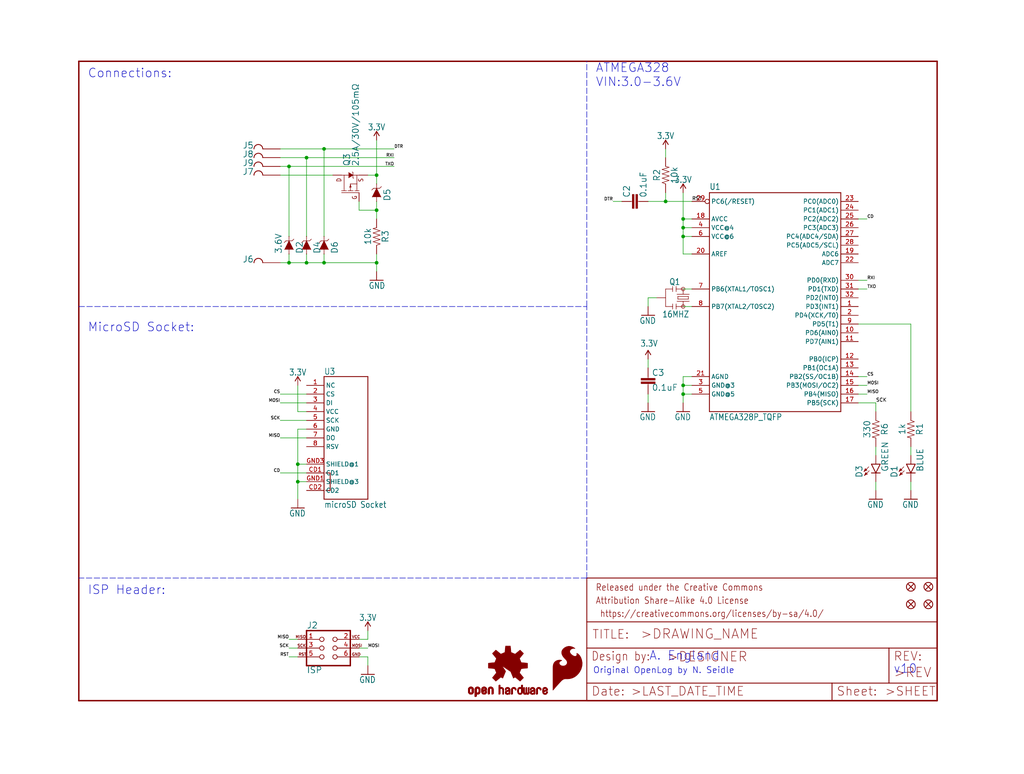
<source format=kicad_sch>
(kicad_sch (version 20211123) (generator eeschema)
  (paper "User" 297.002 224.511)
  (lib_symbols
    (symbol "eagleSchem-eagle-import:0.1UF-0603-25V-5%"
      (property "Reference" "C" (at 1.524 2.921 0))
      (property "Value" "0.1UF-0603-25V-5%" (at 1.524 -2.159 0))
      (symbol "0.1UF-0603-25V-5%_1_0"
        (pin passive line (at 0 5.08 270) (length 2.54) (name "1") (number "1"))
        (pin passive line (at 0 -2.54 90) (length 2.54) (name "2") (number "2"))
      )
    )
    (symbol "eagleSchem-eagle-import:10KOHM-0603-1{slash}10W-1%"
      (property "Reference" "R" (at 0 1.524 0))
      (property "Value" "10KOHM-0603-1{slash}10W-1%" (at 0 -1.524 0))
      (symbol "10KOHM-0603-1{slash}10W-1%_1_0"
        (pin passive line (at -5.08 0 0) (length 2.54) (name "1") (number "1"))
        (pin passive line (at 5.08 0 180) (length 2.54) (name "2") (number "2"))
      )
    )
    (symbol "eagleSchem-eagle-import:1KOHM-0603-1{slash}10W-1%"
      (property "Reference" "R" (at 0 1.524 0))
      (property "Value" "1KOHM-0603-1{slash}10W-1%" (at 0 -1.524 0))
      (symbol "1KOHM-0603-1{slash}10W-1%_1_0"
        (pin passive line (at -5.08 0 0) (length 2.54) (name "1") (number "1"))
        (pin passive line (at 5.08 0 180) (length 2.54) (name "2") (number "2"))
      )
    )
    (symbol "eagleSchem-eagle-import:3.3V" (power)
      (property "Value" "3.3V" (at 0 2.794 0))
      (symbol "3.3V_1_0"
        (pin power_in line (at 0 0 90) (length 2.54) (name "3.3V") (number "1"))
      )
    )
    (symbol "eagleSchem-eagle-import:330OHM-0603-1{slash}10W-1%"
      (property "Reference" "R" (at 0 1.524 0))
      (property "Value" "330OHM-0603-1{slash}10W-1%" (at 0 -1.524 0))
      (symbol "330OHM-0603-1{slash}10W-1%_1_0"
        (pin passive line (at -5.08 0 0) (length 2.54) (name "1") (number "1"))
        (pin passive line (at 5.08 0 180) (length 2.54) (name "2") (number "2"))
      )
    )
    (symbol "eagleSchem-eagle-import:ATMEGA328P_TQFP"
      (property "Reference" "U" (at -20.32 33.782 0))
      (property "Value" "ATMEGA328P_TQFP" (at -20.32 -33.02 0))
      (symbol "ATMEGA328P_TQFP_1_0"
        (pin bidirectional line (at 22.86 0 180) (length 5.08) (name "PD3(INT1)") (number "1"))
        (pin bidirectional line (at 22.86 -7.62 180) (length 5.08) (name "PD6(AIN0)") (number "10"))
        (pin bidirectional line (at 22.86 -10.16 180) (length 5.08) (name "PD7(AIN1)") (number "11"))
        (pin bidirectional line (at 22.86 -15.24 180) (length 5.08) (name "PB0(ICP)") (number "12"))
        (pin bidirectional line (at 22.86 -17.78 180) (length 5.08) (name "PB1(OC1A)") (number "13"))
        (pin bidirectional line (at 22.86 -20.32 180) (length 5.08) (name "PB2(SS/OC1B)") (number "14"))
        (pin bidirectional line (at 22.86 -22.86 180) (length 5.08) (name "PB3(MOSI/OC2)") (number "15"))
        (pin bidirectional line (at 22.86 -25.4 180) (length 5.08) (name "PB4(MISO)") (number "16"))
        (pin bidirectional line (at 22.86 -27.94 180) (length 5.08) (name "PB5(SCK)") (number "17"))
        (pin bidirectional line (at -25.4 25.4 0) (length 5.08) (name "AVCC") (number "18"))
        (pin bidirectional line (at 22.86 15.24 180) (length 5.08) (name "ADC6") (number "19"))
        (pin bidirectional line (at 22.86 -2.54 180) (length 5.08) (name "PD4(XCK/T0)") (number "2"))
        (pin bidirectional line (at -25.4 15.24 0) (length 5.08) (name "AREF") (number "20"))
        (pin bidirectional line (at -25.4 -20.32 0) (length 5.08) (name "AGND") (number "21"))
        (pin bidirectional line (at 22.86 12.7 180) (length 5.08) (name "ADC7") (number "22"))
        (pin bidirectional line (at 22.86 30.48 180) (length 5.08) (name "PC0(ADC0)") (number "23"))
        (pin bidirectional line (at 22.86 27.94 180) (length 5.08) (name "PC1(ADC1)") (number "24"))
        (pin bidirectional line (at 22.86 25.4 180) (length 5.08) (name "PC2(ADC2)") (number "25"))
        (pin bidirectional line (at 22.86 22.86 180) (length 5.08) (name "PC3(ADC3)") (number "26"))
        (pin bidirectional line (at 22.86 20.32 180) (length 5.08) (name "PC4(ADC4/SDA)") (number "27"))
        (pin bidirectional line (at 22.86 17.78 180) (length 5.08) (name "PC5(ADC5/SCL)") (number "28"))
        (pin bidirectional inverted (at -25.4 30.48 0) (length 5.08) (name "PC6(/RESET)") (number "29"))
        (pin bidirectional line (at -25.4 -22.86 0) (length 5.08) (name "GND@3") (number "3"))
        (pin bidirectional line (at 22.86 7.62 180) (length 5.08) (name "PD0(RXD)") (number "30"))
        (pin bidirectional line (at 22.86 5.08 180) (length 5.08) (name "PD1(TXD)") (number "31"))
        (pin bidirectional line (at 22.86 2.54 180) (length 5.08) (name "PD2(INT0)") (number "32"))
        (pin bidirectional line (at -25.4 22.86 0) (length 5.08) (name "VCC@4") (number "4"))
        (pin bidirectional line (at -25.4 -25.4 0) (length 5.08) (name "GND@5") (number "5"))
        (pin bidirectional line (at -25.4 20.32 0) (length 5.08) (name "VCC@6") (number "6"))
        (pin bidirectional line (at -25.4 5.08 0) (length 5.08) (name "PB6(XTAL1/TOSC1)") (number "7"))
        (pin bidirectional line (at -25.4 0 0) (length 5.08) (name "PB7(XTAL2/TOSC2)") (number "8"))
        (pin bidirectional line (at 22.86 -5.08 180) (length 5.08) (name "PD5(T1)") (number "9"))
      )
    )
    (symbol "eagleSchem-eagle-import:AVR_SPI_PROG_3X2TESTPOINTS"
      (property "Reference" "J" (at -5.08 5.588 0))
      (property "Value" "AVR_SPI_PROG_3X2TESTPOINTS" (at -5.08 -7.366 0))
      (symbol "AVR_SPI_PROG_3X2TESTPOINTS_1_0"
        (text "GND" (at 8.001 -2.286 0) (effects (font (size 0.8128 0.8128)) (justify left bottom)))
        (text "MISO" (at -5.207 2.794 0) (effects (font (size 0.8128 0.8128)) (justify right bottom)))
        (text "MOSI" (at 8.001 0.254 0) (effects (font (size 0.8128 0.8128)) (justify left bottom)))
        (text "RST" (at -5.08 -2.286 0) (effects (font (size 0.8128 0.8128)) (justify right bottom)))
        (text "SCK" (at -5.207 0.254 0) (effects (font (size 0.8128 0.8128)) (justify right bottom)))
        (text "VCC" (at 8.001 2.794 0) (effects (font (size 0.8128 0.8128)) (justify left bottom)))
        (pin passive inverted (at -7.62 2.54 0) (length 7.62) (name "1") (number "1"))
        (pin passive inverted (at 10.16 2.54 180) (length 7.62) (name "2") (number "2"))
        (pin passive inverted (at -7.62 0 0) (length 7.62) (name "3") (number "3"))
        (pin passive inverted (at 10.16 0 180) (length 7.62) (name "4") (number "4"))
        (pin passive inverted (at -7.62 -2.54 0) (length 7.62) (name "5") (number "5"))
        (pin passive inverted (at 10.16 -2.54 180) (length 7.62) (name "6") (number "6"))
      )
    )
    (symbol "eagleSchem-eagle-import:DIODE-ZENER-BZT52C3V6S"
      (property "Reference" "D" (at -2.54 2.032 0))
      (property "Value" "DIODE-ZENER-BZT52C3V6S" (at -2.54 -2.032 0))
      (symbol "DIODE-ZENER-BZT52C3V6S_1_0"
        (pin passive line (at -2.54 0 0) (length 0) (name "A") (number "A"))
        (pin passive line (at 2.54 0 180) (length 0) (name "C") (number "C"))
      )
    )
    (symbol "eagleSchem-eagle-import:FIDUCIALUFIDUCIAL")
    (symbol "eagleSchem-eagle-import:FRAME-LETTER"
      (symbol "FRAME-LETTER_2_0"
        (text " https://creativecommons.org/licenses/by-sa/4.0/" (at 2.54 24.13 0) (effects (font (size 1.9304 1.6408)) (justify left bottom)))
        (text ">DESIGNER" (at 23.114 11.176 0) (effects (font (size 2.7432 2.7432)) (justify left bottom)))
        (text ">DRAWING_NAME" (at 15.494 17.78 0) (effects (font (size 2.7432 2.7432)) (justify left bottom)))
        (text ">LAST_DATE_TIME" (at 12.7 1.27 0) (effects (font (size 2.54 2.54)) (justify left bottom)))
        (text ">REV" (at 88.9 6.604 0) (effects (font (size 2.7432 2.7432)) (justify left bottom)))
        (text ">SHEET" (at 86.36 1.27 0) (effects (font (size 2.54 2.54)) (justify left bottom)))
        (text "Attribution Share-Alike 4.0 License" (at 2.54 27.94 0) (effects (font (size 1.9304 1.6408)) (justify left bottom)))
        (text "Date:" (at 1.27 1.27 0) (effects (font (size 2.54 2.54)) (justify left bottom)))
        (text "Design by:" (at 1.27 11.43 0) (effects (font (size 2.54 2.159)) (justify left bottom)))
        (text "Released under the Creative Commons" (at 2.54 31.75 0) (effects (font (size 1.9304 1.6408)) (justify left bottom)))
        (text "REV:" (at 88.9 11.43 0) (effects (font (size 2.54 2.54)) (justify left bottom)))
        (text "Sheet:" (at 72.39 1.27 0) (effects (font (size 2.54 2.54)) (justify left bottom)))
        (text "TITLE:" (at 1.524 17.78 0) (effects (font (size 2.54 2.54)) (justify left bottom)))
      )
    )
    (symbol "eagleSchem-eagle-import:GATORGATOR_MINI"
      (property "Reference" "J" (at 0 2.54 0))
      (property "Value" "GATORGATOR_MINI" (at -2.54 -5.08 0))
      (symbol "GATORGATOR_MINI_1_0"
        (pin bidirectional line (at -2.54 0 0) (length 5.08) (name "P$1") (number "P$2"))
      )
    )
    (symbol "eagleSchem-eagle-import:GND" (power)
      (property "Value" "GND" (at -2.54 -2.54 0))
      (symbol "GND_1_0"
        (pin power_in line (at 0 2.54 270) (length 2.54) (name "GND") (number "1"))
      )
    )
    (symbol "eagleSchem-eagle-import:LED-BLUE0603"
      (property "Reference" "D" (at -3.429 -4.572 90))
      (property "Value" "LED-BLUE0603" (at 1.905 -4.572 90))
      (symbol "LED-BLUE0603_1_0"
        (pin passive line (at 0 2.54 270) (length 2.54) (name "A") (number "A"))
        (pin passive line (at 0 -5.08 90) (length 2.54) (name "C") (number "C"))
      )
    )
    (symbol "eagleSchem-eagle-import:LED-GREEN0603"
      (property "Reference" "D" (at -3.429 -4.572 90))
      (property "Value" "LED-GREEN0603" (at 1.905 -4.572 90))
      (symbol "LED-GREEN0603_1_0"
        (pin passive line (at 0 2.54 270) (length 2.54) (name "A") (number "A"))
        (pin passive line (at 0 -5.08 90) (length 2.54) (name "C") (number "C"))
      )
    )
    (symbol "eagleSchem-eagle-import:MOSFET_PCH-DMG2307L"
      (property "Reference" "Q" (at 5.08 0 0))
      (property "Value" "MOSFET_PCH-DMG2307L" (at 5.08 -2.54 0))
      (symbol "MOSFET_PCH-DMG2307L_1_0"
        (text "D" (at 0.508 2.54 0) (effects (font (size 1.27 1.0795)) (justify left bottom)))
        (text "G" (at -3.302 -0.508 0) (effects (font (size 1.27 1.0795)) (justify right top)))
        (text "S" (at 0.508 -3.81 0) (effects (font (size 1.27 1.0795)) (justify left bottom)))
        (pin bidirectional line (at -5.08 -2.54 0) (length 2.54) (name "G") (number "1"))
        (pin bidirectional line (at 2.54 -5.08 90) (length 2.54) (name "S") (number "2"))
        (pin bidirectional line (at 2.54 5.08 270) (length 2.54) (name "D") (number "3"))
      )
    )
    (symbol "eagleSchem-eagle-import:OSHW-LOGOMINI")
    (symbol "eagleSchem-eagle-import:RESONATOR16MHZ"
      (property "Reference" "Y" (at 2.54 1.016 0))
      (property "Value" "RESONATOR16MHZ" (at 2.54 -7.62 0))
      (symbol "RESONATOR16MHZ_1_0"
        (pin passive line (at -2.54 0 0) (length 0) (name "1") (number "1"))
        (pin passive line (at 0 -7.62 90) (length 0) (name "2") (number "2"))
        (pin passive line (at 2.54 0 180) (length 0) (name "3") (number "3"))
      )
    )
    (symbol "eagleSchem-eagle-import:SFE_LOGO_FLAME.1_INCH")
    (symbol "eagleSchem-eagle-import:USD-SOCKET"
      (property "Reference" "JP" (at -2.54 15.748 0))
      (property "Value" "USD-SOCKET" (at -2.54 -22.86 0))
      (symbol "USD-SOCKET_1_0"
        (pin bidirectional line (at -7.62 12.7 0) (length 5.08) (name "NC") (number "1"))
        (pin bidirectional line (at -7.62 10.16 0) (length 5.08) (name "CS") (number "2"))
        (pin bidirectional line (at -7.62 7.62 0) (length 5.08) (name "DI") (number "3"))
        (pin bidirectional line (at -7.62 5.08 0) (length 5.08) (name "VCC") (number "4"))
        (pin bidirectional line (at -7.62 2.54 0) (length 5.08) (name "SCK") (number "5"))
        (pin bidirectional line (at -7.62 0 0) (length 5.08) (name "GND") (number "6"))
        (pin bidirectional line (at -7.62 -2.54 0) (length 5.08) (name "DO") (number "7"))
        (pin bidirectional line (at -7.62 -5.08 0) (length 5.08) (name "RSV") (number "8"))
        (pin bidirectional line (at -7.62 -12.7 0) (length 5.08) (name "CD1") (number "CD1"))
        (pin bidirectional line (at -7.62 -17.78 0) (length 5.08) (name "CD2") (number "CD2"))
        (pin bidirectional line (at -7.62 -15.24 0) (length 5.08) (name "SHIELD@3") (number "GND1"))
        (pin bidirectional line (at -7.62 -10.16 0) (length 5.08) (name "SHIELD@1") (number "GND3"))
      )
    )
  )
  (junction (at 198.12 68.58))
  (junction (at 93.98 76.2))
  (junction (at 86.36 134.62))
  (junction (at 83.82 48.26))
  (junction (at 198.12 63.5))
  (junction (at 88.9 76.2))
  (junction (at 109.22 76.2))
  (junction (at 198.12 111.76))
  (junction (at 93.98 43.18))
  (junction (at 83.82 76.2))
  (junction (at 198.12 114.3))
  (junction (at 86.36 139.7))
  (junction (at 109.22 60.96))
  (junction (at 109.22 50.8))
  (junction (at 88.9 45.72))
  (junction (at 198.12 66.04))
  (junction (at 193.04 58.42))
  (wire (pts (xy 200.66 114.3) (xy 198.12 114.3)))
  (wire (pts (xy 81.28 43.18) (xy 93.98 43.18)))
  (wire (pts (xy 109.22 58.42) (xy 109.22 60.96)))
  (wire (pts (xy 198.12 88.9) (xy 200.66 88.9)))
  (wire (pts (xy 248.92 83.82) (xy 251.46 83.82)))
  (wire (pts (xy 200.66 73.66) (xy 198.12 73.66)))
  (wire (pts (xy 88.9 124.46) (xy 86.36 124.46)))
  (polyline (pts (xy 106.68 167.64) (xy 22.86 167.64)))
  (wire (pts (xy 200.66 68.58) (xy 198.12 68.58)))
  (wire (pts (xy 248.92 109.22) (xy 251.46 109.22)))
  (wire (pts (xy 106.68 50.8) (xy 109.22 50.8)))
  (polyline (pts (xy 170.18 167.64) (xy 170.18 88.9)))
  (wire (pts (xy 88.9 119.38) (xy 86.36 119.38)))
  (wire (pts (xy 104.14 190.5) (xy 106.68 190.5)))
  (wire (pts (xy 193.04 58.42) (xy 187.96 58.42)))
  (wire (pts (xy 180.34 58.42) (xy 177.8 58.42)))
  (wire (pts (xy 81.28 48.26) (xy 83.82 48.26)))
  (wire (pts (xy 86.36 139.7) (xy 86.36 144.78)))
  (wire (pts (xy 200.66 109.22) (xy 198.12 109.22)))
  (wire (pts (xy 86.36 185.42) (xy 83.82 185.42)))
  (wire (pts (xy 88.9 127) (xy 81.28 127)))
  (wire (pts (xy 193.04 43.18) (xy 193.04 45.72)))
  (wire (pts (xy 187.96 86.36) (xy 190.5 86.36)))
  (wire (pts (xy 83.82 68.58) (xy 83.82 48.26)))
  (wire (pts (xy 248.92 81.28) (xy 251.46 81.28)))
  (wire (pts (xy 88.9 134.62) (xy 86.36 134.62)))
  (wire (pts (xy 104.14 58.42) (xy 104.14 60.96)))
  (wire (pts (xy 88.9 116.84) (xy 81.28 116.84)))
  (wire (pts (xy 81.28 50.8) (xy 96.52 50.8)))
  (wire (pts (xy 248.92 93.98) (xy 264.16 93.98)))
  (wire (pts (xy 198.12 66.04) (xy 198.12 63.5)))
  (wire (pts (xy 248.92 111.76) (xy 251.46 111.76)))
  (polyline (pts (xy 22.86 88.9) (xy 170.18 88.9)))
  (wire (pts (xy 198.12 73.66) (xy 198.12 68.58)))
  (wire (pts (xy 109.22 76.2) (xy 109.22 78.74)))
  (wire (pts (xy 200.66 63.5) (xy 198.12 63.5)))
  (wire (pts (xy 88.9 68.58) (xy 88.9 45.72)))
  (wire (pts (xy 248.92 63.5) (xy 251.46 63.5)))
  (wire (pts (xy 104.14 187.96) (xy 106.68 187.96)))
  (wire (pts (xy 200.66 58.42) (xy 193.04 58.42)))
  (wire (pts (xy 187.96 116.84) (xy 187.96 114.3)))
  (wire (pts (xy 104.14 185.42) (xy 106.68 185.42)))
  (wire (pts (xy 198.12 114.3) (xy 198.12 116.84)))
  (wire (pts (xy 86.36 124.46) (xy 86.36 134.62)))
  (wire (pts (xy 88.9 73.66) (xy 88.9 76.2)))
  (wire (pts (xy 88.9 137.16) (xy 81.28 137.16)))
  (wire (pts (xy 264.16 132.08) (xy 264.16 129.54)))
  (wire (pts (xy 264.16 139.7) (xy 264.16 142.24)))
  (polyline (pts (xy 170.18 167.64) (xy 106.68 167.64)))
  (wire (pts (xy 86.36 134.62) (xy 86.36 139.7)))
  (wire (pts (xy 83.82 48.26) (xy 114.3 48.26)))
  (wire (pts (xy 88.9 45.72) (xy 114.3 45.72)))
  (wire (pts (xy 88.9 114.3) (xy 81.28 114.3)))
  (wire (pts (xy 83.82 73.66) (xy 83.82 76.2)))
  (wire (pts (xy 264.16 93.98) (xy 264.16 119.38)))
  (wire (pts (xy 81.28 76.2) (xy 83.82 76.2)))
  (wire (pts (xy 93.98 76.2) (xy 109.22 76.2)))
  (wire (pts (xy 106.68 185.42) (xy 106.68 182.88)))
  (wire (pts (xy 200.66 111.76) (xy 198.12 111.76)))
  (wire (pts (xy 93.98 73.66) (xy 93.98 76.2)))
  (wire (pts (xy 198.12 63.5) (xy 198.12 55.88)))
  (wire (pts (xy 86.36 187.96) (xy 83.82 187.96)))
  (wire (pts (xy 200.66 66.04) (xy 198.12 66.04)))
  (wire (pts (xy 198.12 109.22) (xy 198.12 111.76)))
  (wire (pts (xy 193.04 55.88) (xy 193.04 58.42)))
  (wire (pts (xy 248.92 114.3) (xy 251.46 114.3)))
  (wire (pts (xy 88.9 121.92) (xy 81.28 121.92)))
  (wire (pts (xy 86.36 119.38) (xy 86.36 111.76)))
  (wire (pts (xy 88.9 139.7) (xy 86.36 139.7)))
  (wire (pts (xy 198.12 83.82) (xy 200.66 83.82)))
  (wire (pts (xy 106.68 190.5) (xy 106.68 193.04)))
  (wire (pts (xy 86.36 190.5) (xy 83.82 190.5)))
  (wire (pts (xy 81.28 45.72) (xy 88.9 45.72)))
  (wire (pts (xy 198.12 111.76) (xy 198.12 114.3)))
  (wire (pts (xy 109.22 53.34) (xy 109.22 50.8)))
  (wire (pts (xy 187.96 104.14) (xy 187.96 106.68)))
  (wire (pts (xy 198.12 68.58) (xy 198.12 66.04)))
  (wire (pts (xy 93.98 68.58) (xy 93.98 43.18)))
  (wire (pts (xy 104.14 60.96) (xy 109.22 60.96)))
  (wire (pts (xy 93.98 43.18) (xy 114.3 43.18)))
  (wire (pts (xy 254 129.54) (xy 254 132.08)))
  (wire (pts (xy 109.22 60.96) (xy 109.22 63.5)))
  (wire (pts (xy 254 142.24) (xy 254 139.7)))
  (wire (pts (xy 109.22 50.8) (xy 109.22 40.64)))
  (wire (pts (xy 83.82 76.2) (xy 88.9 76.2)))
  (wire (pts (xy 109.22 73.66) (xy 109.22 76.2)))
  (polyline (pts (xy 170.18 88.9) (xy 170.18 17.78)))
  (wire (pts (xy 248.92 116.84) (xy 254 116.84)))
  (wire (pts (xy 187.96 88.9) (xy 187.96 86.36)))
  (wire (pts (xy 88.9 76.2) (xy 93.98 76.2)))
  (wire (pts (xy 254 116.84) (xy 254 119.38)))
  (text "ISP Header:" (at 25.4 172.72 180) (effects (font (size 2.54 2.54)) (justify left bottom)))
  (text "MicroSD Socket:" (at 25.4 96.52 180) (effects (font (size 2.54 2.54)) (justify left bottom)))
  (text "Connections:" (at 25.4 22.86 180) (effects (font (size 2.54 2.54)) (justify left bottom)))
  (text "Original OpenLog by N. Seidle" (at 171.958 195.58 180) (effects (font (size 1.778 1.778)) (justify left bottom)))
  (text "ATMEGA328\nVIN:3.0-3.6V" (at 172.72 25.4 180) (effects (font (size 2.54 2.54)) (justify left bottom)))
  (text "v10" (at 259.08 195.58 180) (effects (font (size 2.54 2.54)) (justify left bottom)))
  (text "A. England" (at 188.214 191.77 180) (effects (font (size 2.54 2.54)) (justify left bottom)))
  (label "MOSI" (at 251.46 111.76 0) (effects (font (size 0.889 0.889))))
  (label "CD" (at 81.28 137.16 180) (effects (font (size 0.889 0.889))))
  (label "MISO" (at 83.82 185.42 180) (effects (font (size 0.889 0.889))))
  (label "RXI" (at 114.3 45.72 180) (effects (font (size 0.889 0.889))))
  (label "SCK" (at 83.82 187.96 180) (effects (font (size 0.889 0.889))))
  (label "RST" (at 200.66 58.42 0) (effects (font (size 1.016 1.016))))
  (label "CS" (at 81.28 114.3 180) (effects (font (size 0.889 0.889))))
  (label "CD" (at 251.46 63.5 0) (effects (font (size 0.889 0.889))))
  (label "RST" (at 83.82 190.5 180) (effects (font (size 0.889 0.889))))
  (label "DTR" (at 177.8 58.42 180) (effects (font (size 0.889 0.889))))
  (label "TXO" (at 114.3 48.26 180) (effects (font (size 0.889 0.889))))
  (label "MOSI" (at 81.28 116.84 180) (effects (font (size 0.889 0.889))))
  (label "MISO" (at 81.28 127 180) (effects (font (size 0.889 0.889))))
  (label "RXI" (at 251.46 81.28 0) (effects (font (size 0.889 0.889))))
  (label "CS" (at 251.46 109.22 0) (effects (font (size 0.889 0.889))))
  (label "DTR" (at 114.3 43.18 0) (effects (font (size 0.889 0.889))))
  (label "MOSI" (at 106.68 187.96 0) (effects (font (size 0.889 0.889))))
  (label "SCK" (at 81.28 121.92 180) (effects (font (size 0.889 0.889))))
  (label "SCK" (at 254 116.84 0) (effects (font (size 1.016 1.016))))
  (label "TXO" (at 251.46 83.82 0) (effects (font (size 0.889 0.889))))
  (label "MISO" (at 251.46 114.3 0) (effects (font (size 0.889 0.889))))
  (symbol (lib_id "eagleSchem-eagle-import:FIDUCIALUFIDUCIAL") (at 264.16 175.26 0) (unit 1)
    (property "Reference" "FID4" (effects hide))
    (property "Value" "FIDUCIALUFIDUCIAL" (effects hide))
    (property "Footprint" "eagleSchem:FIDUCIAL-MICRO" (effects hide))
  )
  (symbol (lib_id "eagleSchem-eagle-import:10KOHM-0603-1{slash}10W-1%") (at 193.04 50.8 90) (unit 1)
    (property "Reference" "R2" (at 191.516 50.8 0) (effects (font (size 1.778 1.778)) (justify bottom)))
    (property "Value" "10k" (at 194.564 50.8 0) (effects (font (size 1.778 1.778)) (justify top)))
    (property "Footprint" "eagleSchem:0603" (effects hide))
  )
  (symbol (lib_id "eagleSchem-eagle-import:GND") (at 187.96 119.38 0) (unit 1)
    (property "Reference" "#GND1" (effects hide))
    (property "Value" "GND" (at 185.42 121.92 0) (effects (font (size 1.778 1.5113)) (justify left bottom)))
    (property "Footprint" "eagleSchem:" (effects hide))
  )
  (symbol (lib_id "eagleSchem-eagle-import:LED-GREEN0603") (at 254 134.62 0) (unit 1)
    (property "Reference" "D3" (at 248.158 134.874 90) (effects (font (size 1.778 1.778)) (justify right top)))
    (property "Value" "GREEN" (at 257.683 136.906 90) (effects (font (size 1.778 1.778)) (justify left bottom)))
    (property "Footprint" "eagleSchem:LED-0603" (effects hide))
  )
  (symbol (lib_id "eagleSchem-eagle-import:3.3V") (at 106.68 182.88 0) (unit 1)
    (property "Reference" "#SUPPLY1" (effects hide))
    (property "Value" "3.3V" (at 106.68 180.086 0) (effects (font (size 1.778 1.5113)) (justify bottom)))
    (property "Footprint" "eagleSchem:" (effects hide))
  )
  (symbol (lib_id "eagleSchem-eagle-import:ATMEGA328P_TQFP") (at 226.06 88.9 0) (unit 1)
    (property "Reference" "U1" (at 205.74 55.118 0) (effects (font (size 1.778 1.5113)) (justify left bottom)))
    (property "Value" "ATMEGA328P_TQFP" (at 205.74 121.92 0) (effects (font (size 1.778 1.5113)) (justify left bottom)))
    (property "Footprint" "eagleSchem:TQFP32-08" (effects hide))
  )
  (symbol (lib_id "eagleSchem-eagle-import:GATORGATOR_MINI") (at 78.74 50.8 0) (mirror y) (unit 1)
    (property "Reference" "J7" (at 73.66 50.8 0) (effects (font (size 1.778 1.778)) (justify left bottom)))
    (property "Value" "GATORGATOR_MINI" (effects hide))
    (property "Footprint" "eagleSchem:GATOR_MINI" (effects hide))
  )
  (symbol (lib_id "eagleSchem-eagle-import:330OHM-0603-1{slash}10W-1%") (at 254 124.46 270) (unit 1)
    (property "Reference" "R6" (at 255.524 124.46 0) (effects (font (size 1.778 1.778)) (justify bottom)))
    (property "Value" "330" (at 252.476 124.46 0) (effects (font (size 1.778 1.778)) (justify top)))
    (property "Footprint" "eagleSchem:0603" (effects hide))
  )
  (symbol (lib_id "eagleSchem-eagle-import:OSHW-LOGOMINI") (at 147.32 193.04 0) (unit 1)
    (property "Reference" "LOGO2" (effects hide))
    (property "Value" "OSHW-LOGOMINI" (effects hide))
    (property "Footprint" "eagleSchem:OSHW-LOGO-MINI" (effects hide))
  )
  (symbol (lib_id "eagleSchem-eagle-import:FIDUCIALUFIDUCIAL") (at 269.24 175.26 0) (unit 1)
    (property "Reference" "FID3" (effects hide))
    (property "Value" "FIDUCIALUFIDUCIAL" (effects hide))
    (property "Footprint" "eagleSchem:FIDUCIAL-MICRO" (effects hide))
  )
  (symbol (lib_id "eagleSchem-eagle-import:3.3V") (at 187.96 104.14 0) (unit 1)
    (property "Reference" "#P+15" (effects hide))
    (property "Value" "3.3V" (at 185.674 100.584 0) (effects (font (size 1.778 1.5113)) (justify left bottom)))
    (property "Footprint" "eagleSchem:" (effects hide))
  )
  (symbol (lib_id "eagleSchem-eagle-import:GND") (at 198.12 119.38 0) (unit 1)
    (property "Reference" "#GND5" (effects hide))
    (property "Value" "GND" (at 195.58 121.92 0) (effects (font (size 1.778 1.5113)) (justify left bottom)))
    (property "Footprint" "eagleSchem:" (effects hide))
  )
  (symbol (lib_id "eagleSchem-eagle-import:AVR_SPI_PROG_3X2TESTPOINTS") (at 93.98 187.96 0) (unit 1)
    (property "Reference" "J2" (at 88.9 182.372 0) (effects (font (size 1.778 1.778)) (justify left bottom)))
    (property "Value" "ISP" (at 88.9 195.326 0) (effects (font (size 1.778 1.778)) (justify left bottom)))
    (property "Footprint" "eagleSchem:2X3_TEST_POINTS" (effects hide))
  )
  (symbol (lib_id "eagleSchem-eagle-import:GATORGATOR_MINI") (at 78.74 45.72 0) (mirror y) (unit 1)
    (property "Reference" "J8" (at 73.66 45.72 0) (effects (font (size 1.778 1.778)) (justify left bottom)))
    (property "Value" "GATORGATOR_MINI" (effects hide))
    (property "Footprint" "eagleSchem:GATOR_MINI" (effects hide))
  )
  (symbol (lib_id "eagleSchem-eagle-import:FRAME-LETTER") (at 22.86 203.2 0) (unit 1)
    (property "Reference" "FRAME1" (effects hide))
    (property "Value" "FRAME-LETTER" (effects hide))
    (property "Footprint" "eagleSchem:CREATIVE_COMMONS" (effects hide))
  )
  (symbol (lib_id "eagleSchem-eagle-import:1KOHM-0603-1{slash}10W-1%") (at 264.16 124.46 270) (unit 1)
    (property "Reference" "R1" (at 265.684 124.46 0) (effects (font (size 1.778 1.778)) (justify bottom)))
    (property "Value" "1k" (at 262.636 124.46 0) (effects (font (size 1.778 1.778)) (justify top)))
    (property "Footprint" "eagleSchem:0603" (effects hide))
  )
  (symbol (lib_id "eagleSchem-eagle-import:0.1UF-0603-25V-5%") (at 187.96 109.22 180) (unit 1)
    (property "Reference" "C3" (at 188.976 109.093 0) (effects (font (size 1.778 1.778)) (justify right top)))
    (property "Value" "0.1uF" (at 188.976 113.411 0) (effects (font (size 1.778 1.778)) (justify right top)))
    (property "Footprint" "eagleSchem:0603" (effects hide))
  )
  (symbol (lib_id "eagleSchem-eagle-import:3.3V") (at 193.04 43.18 0) (unit 1)
    (property "Reference" "#P+11" (effects hide))
    (property "Value" "3.3V" (at 193.04 40.386 0) (effects (font (size 1.778 1.5113)) (justify bottom)))
    (property "Footprint" "eagleSchem:" (effects hide))
  )
  (symbol (lib_id "eagleSchem-eagle-import:GND") (at 264.16 144.78 0) (unit 1)
    (property "Reference" "#GND2" (effects hide))
    (property "Value" "GND" (at 261.62 147.32 0) (effects (font (size 1.778 1.5113)) (justify left bottom)))
    (property "Footprint" "eagleSchem:" (effects hide))
  )
  (symbol (lib_id "eagleSchem-eagle-import:SFE_LOGO_FLAME.1_INCH") (at 160.02 200.66 0) (unit 1)
    (property "Reference" "LOGO1" (effects hide))
    (property "Value" "SFE_LOGO_FLAME.1_INCH" (effects hide))
    (property "Footprint" "eagleSchem:SFE_LOGO_FLAME_.1" (effects hide))
  )
  (symbol (lib_id "eagleSchem-eagle-import:GND") (at 86.36 147.32 0) (unit 1)
    (property "Reference" "#GND3" (effects hide))
    (property "Value" "GND" (at 83.82 149.86 0) (effects (font (size 1.778 1.5113)) (justify left bottom)))
    (property "Footprint" "eagleSchem:" (effects hide))
  )
  (symbol (lib_id "eagleSchem-eagle-import:USD-SOCKET") (at 96.52 124.46 0) (unit 1)
    (property "Reference" "U3" (at 93.98 108.712 0) (effects (font (size 1.778 1.5113)) (justify left bottom)))
    (property "Value" "microSD Socket" (at 93.98 147.32 0) (effects (font (size 1.778 1.5113)) (justify left bottom)))
    (property "Footprint" "eagleSchem:MICROSD_1_1" (effects hide))
  )
  (symbol (lib_id "eagleSchem-eagle-import:0.1UF-0603-25V-5%") (at 182.88 58.42 270) (unit 1)
    (property "Reference" "C2" (at 182.753 57.404 0) (effects (font (size 1.778 1.778)) (justify right top)))
    (property "Value" "0.1uF" (at 187.579 57.404 0) (effects (font (size 1.778 1.778)) (justify right top)))
    (property "Footprint" "eagleSchem:0603" (effects hide))
  )
  (symbol (lib_id "eagleSchem-eagle-import:RESONATOR16MHZ") (at 198.12 86.36 270) (mirror x) (unit 1)
    (property "Reference" "Q1" (at 194.056 80.772 90) (effects (font (size 1.778 1.5113)) (justify left bottom)))
    (property "Value" "16MHZ" (at 192.024 90.17 90) (effects (font (size 1.778 1.5113)) (justify left bottom)))
    (property "Footprint" "eagleSchem:RESONATOR-SMD" (effects hide))
  )
  (symbol (lib_id "eagleSchem-eagle-import:3.3V") (at 86.36 111.76 0) (unit 1)
    (property "Reference" "#P+2" (effects hide))
    (property "Value" "3.3V" (at 86.36 108.966 0) (effects (font (size 1.778 1.5113)) (justify bottom)))
    (property "Footprint" "eagleSchem:" (effects hide))
  )
  (symbol (lib_id "eagleSchem-eagle-import:FIDUCIALUFIDUCIAL") (at 269.24 170.18 0) (unit 1)
    (property "Reference" "FID1" (effects hide))
    (property "Value" "FIDUCIALUFIDUCIAL" (effects hide))
    (property "Footprint" "eagleSchem:FIDUCIAL-MICRO" (effects hide))
  )
  (symbol (lib_id "eagleSchem-eagle-import:GND") (at 187.96 91.44 0) (unit 1)
    (property "Reference" "#GND4" (effects hide))
    (property "Value" "GND" (at 185.42 93.98 0) (effects (font (size 1.778 1.5113)) (justify left bottom)))
    (property "Footprint" "eagleSchem:" (effects hide))
  )
  (symbol (lib_id "eagleSchem-eagle-import:GND") (at 109.22 81.28 0) (mirror y) (unit 1)
    (property "Reference" "#GND27" (effects hide))
    (property "Value" "GND" (at 111.76 83.82 0) (effects (font (size 1.778 1.5113)) (justify left bottom)))
    (property "Footprint" "eagleSchem:" (effects hide))
  )
  (symbol (lib_id "eagleSchem-eagle-import:3.3V") (at 109.22 40.64 0) (mirror y) (unit 1)
    (property "Reference" "#SUPPLY2" (effects hide))
    (property "Value" "3.3V" (at 109.22 37.846 0) (effects (font (size 1.778 1.5113)) (justify bottom)))
    (property "Footprint" "eagleSchem:" (effects hide))
  )
  (symbol (lib_id "eagleSchem-eagle-import:3.3V") (at 198.12 55.88 0) (unit 1)
    (property "Reference" "#P+1" (effects hide))
    (property "Value" "3.3V" (at 198.12 53.086 0) (effects (font (size 1.778 1.5113)) (justify bottom)))
    (property "Footprint" "eagleSchem:" (effects hide))
  )
  (symbol (lib_id "eagleSchem-eagle-import:MOSFET_PCH-DMG2307L") (at 101.6 53.34 90) (unit 1)
    (property "Reference" "Q3" (at 101.6 48.26 0) (effects (font (size 1.778 1.778)) (justify left bottom)))
    (property "Value" "2.5A/30V/105mΩ" (at 104.14 48.26 0) (effects (font (size 1.778 1.778)) (justify left bottom)))
    (property "Footprint" "eagleSchem:SOT23-3" (effects hide))
  )
  (symbol (lib_id "eagleSchem-eagle-import:GATORGATOR_MINI") (at 78.74 76.2 0) (mirror y) (unit 1)
    (property "Reference" "J6" (at 73.66 76.2 0) (effects (font (size 1.778 1.778)) (justify left bottom)))
    (property "Value" "GATORGATOR_MINI" (effects hide))
    (property "Footprint" "eagleSchem:GATOR_MINI" (effects hide))
  )
  (symbol (lib_id "eagleSchem-eagle-import:FIDUCIALUFIDUCIAL") (at 264.16 170.18 0) (unit 1)
    (property "Reference" "FID2" (effects hide))
    (property "Value" "FIDUCIALUFIDUCIAL" (effects hide))
    (property "Footprint" "eagleSchem:FIDUCIAL-MICRO" (effects hide))
  )
  (symbol (lib_id "eagleSchem-eagle-import:DIODE-ZENER-BZT52C3V6S") (at 109.22 55.88 270) (mirror x) (unit 1)
    (property "Reference" "D5" (at 111.252 58.42 0) (effects (font (size 1.778 1.778)) (justify left bottom)))
    (property "Value" "3.6V" (effects hide))
    (property "Footprint" "eagleSchem:SOD-323" (effects hide))
  )
  (symbol (lib_id "eagleSchem-eagle-import:10KOHM-0603-1{slash}10W-1%") (at 109.22 68.58 270) (mirror x) (unit 1)
    (property "Reference" "R3" (at 110.744 68.58 0) (effects (font (size 1.778 1.778)) (justify bottom)))
    (property "Value" "10k" (at 107.696 68.58 0) (effects (font (size 1.778 1.778)) (justify top)))
    (property "Footprint" "eagleSchem:0603" (effects hide))
  )
  (symbol (lib_id "eagleSchem-eagle-import:GATORGATOR_MINI") (at 78.74 43.18 0) (mirror y) (unit 1)
    (property "Reference" "J5" (at 73.66 43.18 0) (effects (font (size 1.778 1.778)) (justify left bottom)))
    (property "Value" "GATORGATOR_MINI" (effects hide))
    (property "Footprint" "eagleSchem:GATOR_MINI" (effects hide))
  )
  (symbol (lib_id "eagleSchem-eagle-import:GND") (at 254 144.78 0) (unit 1)
    (property "Reference" "#GND8" (effects hide))
    (property "Value" "GND" (at 251.46 147.32 0) (effects (font (size 1.778 1.5113)) (justify left bottom)))
    (property "Footprint" "eagleSchem:" (effects hide))
  )
  (symbol (lib_id "eagleSchem-eagle-import:DIODE-ZENER-BZT52C3V6S") (at 93.98 71.12 270) (mirror x) (unit 1)
    (property "Reference" "D6" (at 96.012 73.66 0) (effects (font (size 1.778 1.778)) (justify left bottom)))
    (property "Value" "3.6V" (effects hide))
    (property "Footprint" "eagleSchem:SOD-323" (effects hide))
  )
  (symbol (lib_id "eagleSchem-eagle-import:GATORGATOR_MINI") (at 78.74 48.26 0) (mirror y) (unit 1)
    (property "Reference" "J9" (at 73.66 48.26 0) (effects (font (size 1.778 1.778)) (justify left bottom)))
    (property "Value" "GATORGATOR_MINI" (effects hide))
    (property "Footprint" "eagleSchem:GATOR_MINI" (effects hide))
  )
  (symbol (lib_id "eagleSchem-eagle-import:DIODE-ZENER-BZT52C3V6S") (at 83.82 71.12 270) (mirror x) (unit 1)
    (property "Reference" "D2" (at 85.852 73.66 0) (effects (font (size 1.778 1.778)) (justify left bottom)))
    (property "Value" "3.6V" (at 81.788 73.66 0) (effects (font (size 1.778 1.778)) (justify left top)))
    (property "Footprint" "eagleSchem:SOD-323" (effects hide))
  )
  (symbol (lib_id "eagleSchem-eagle-import:FRAME-LETTER") (at 170.18 203.2 0) (unit 2)
    (property "Reference" "FRAME1" (effects hide))
    (property "Value" "FRAME-LETTER" (effects hide))
    (property "Footprint" "eagleSchem:CREATIVE_COMMONS" (effects hide))
  )
  (symbol (lib_id "eagleSchem-eagle-import:DIODE-ZENER-BZT52C3V6S") (at 88.9 71.12 270) (mirror x) (unit 1)
    (property "Reference" "D4" (at 90.932 73.66 0) (effects (font (size 1.778 1.778)) (justify left bottom)))
    (property "Value" "3.6V" (effects hide))
    (property "Footprint" "eagleSchem:SOD-323" (effects hide))
  )
  (symbol (lib_id "eagleSchem-eagle-import:LED-BLUE0603") (at 264.16 134.62 0) (unit 1)
    (property "Reference" "D1" (at 258.318 134.874 90) (effects (font (size 1.778 1.778)) (justify right top)))
    (property "Value" "BLUE" (at 267.843 136.906 90) (effects (font (size 1.778 1.778)) (justify left bottom)))
    (property "Footprint" "eagleSchem:LED-0603" (effects hide))
  )
  (symbol (lib_id "eagleSchem-eagle-import:GND") (at 106.68 195.58 0) (unit 1)
    (property "Reference" "#GND9" (effects hide))
    (property "Value" "GND" (at 104.14 198.12 0) (effects (font (size 1.778 1.5113)) (justify left bottom)))
    (property "Footprint" "eagleSchem:" (effects hide))
  )
)
</source>
